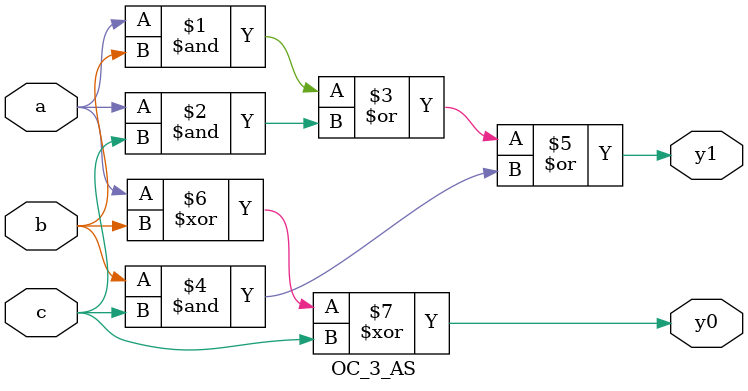
<source format=sv>
`timescale 1ns/1ns
module OC_3_AS(input a, b, c, output y1, y0);
    assign #(25 , 22) y1 = a&b | a&c | b&c;
    assign #(36 , 38) y0 = a^b^c;
endmodule

</source>
